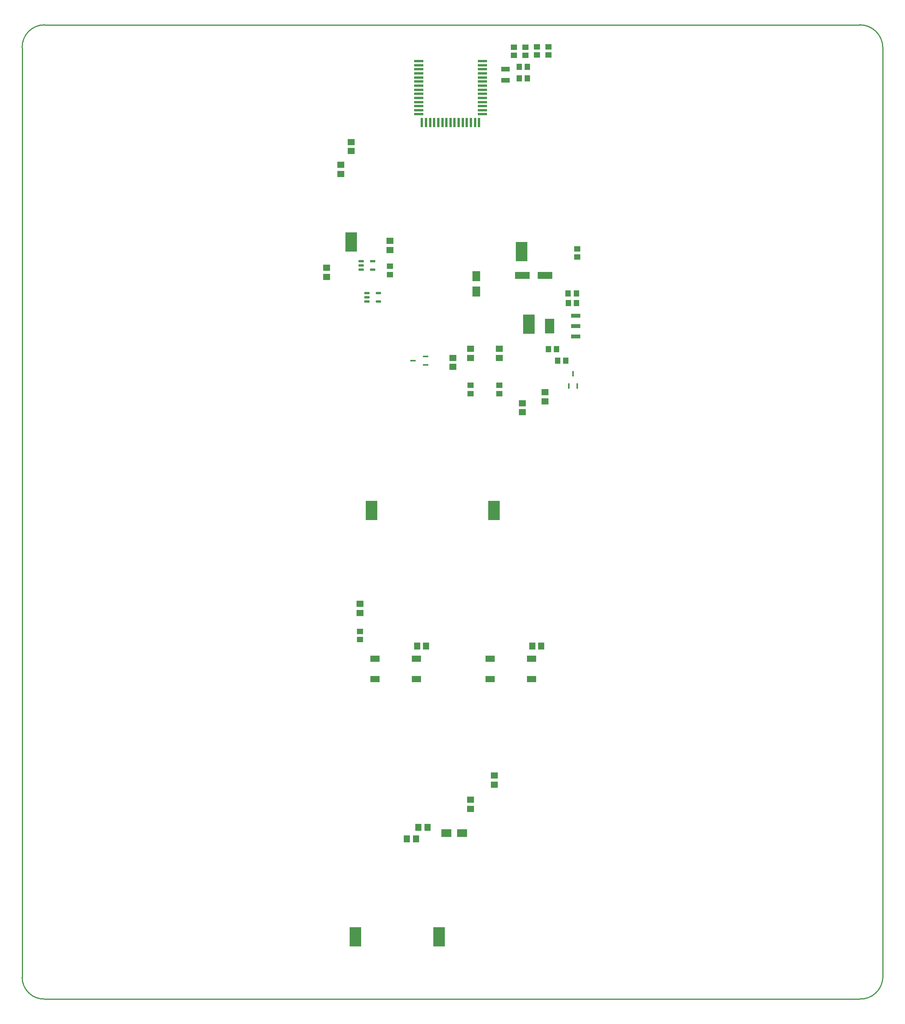
<source format=gtp>
G04*
G04 #@! TF.GenerationSoftware,Altium Limited,Altium Designer,21.0.9 (235)*
G04*
G04 Layer_Color=8421504*
%FSLAX25Y25*%
%MOIN*%
G70*
G04*
G04 #@! TF.SameCoordinates,9EEF2FA0-A7D9-48CE-A635-C582822CA6DE*
G04*
G04*
G04 #@! TF.FilePolarity,Positive*
G04*
G01*
G75*
%ADD13C,0.01000*%
G04:AMPARAMS|DCode=17|XSize=47.64mil|YSize=23.23mil|CornerRadius=5.81mil|HoleSize=0mil|Usage=FLASHONLY|Rotation=0.000|XOffset=0mil|YOffset=0mil|HoleType=Round|Shape=RoundedRectangle|*
%AMROUNDEDRECTD17*
21,1,0.04764,0.01161,0,0,0.0*
21,1,0.03602,0.02323,0,0,0.0*
1,1,0.01161,0.01801,-0.00581*
1,1,0.01161,-0.01801,-0.00581*
1,1,0.01161,-0.01801,0.00581*
1,1,0.01161,0.01801,0.00581*
%
%ADD17ROUNDEDRECTD17*%
%ADD18R,0.07480X0.04331*%
%ADD19R,0.04724X0.05512*%
%ADD20R,0.05512X0.05906*%
%ADD21R,0.08700X0.06700*%
%ADD22R,0.10236X0.16535*%
%ADD23R,0.08465X0.03740*%
%ADD24R,0.08465X0.12795*%
%ADD25R,0.12598X0.06299*%
%ADD26R,0.05512X0.04724*%
%ADD27R,0.05906X0.05512*%
%ADD28R,0.06700X0.08700*%
%ADD29R,0.01600X0.04550*%
%ADD30R,0.08000X0.02402*%
%ADD31R,0.02402X0.08000*%
%ADD32R,0.04550X0.01600*%
%ADD33R,0.08268X0.05512*%
D13*
X19685Y846457D02*
G03*
X500Y826772I250J-19435D01*
G01*
X748032D02*
G03*
X727846Y846457I-19935J-250D01*
G01*
Y1000D02*
G03*
X748032Y19685I750J19435D01*
G01*
X500D02*
G03*
X19685Y1000I18935J250D01*
G01*
X748032Y374016D02*
Y826772D01*
X374016Y846457D02*
X728346D01*
X19685D02*
X374016D01*
X500Y472441D02*
Y826772D01*
X748032Y19685D02*
Y374016D01*
X374016Y1000D02*
X727846D01*
X500Y19685D02*
Y472441D01*
X19685Y1000D02*
X374016D01*
D17*
X304941Y641390D02*
D03*
Y633910D02*
D03*
X295059D02*
D03*
Y637650D02*
D03*
Y641390D02*
D03*
X309941Y613740D02*
D03*
Y606260D02*
D03*
X300059D02*
D03*
Y610000D02*
D03*
Y613740D02*
D03*
D18*
X420371Y808109D02*
D03*
Y798267D02*
D03*
D19*
X432207Y810000D02*
D03*
X439294D02*
D03*
X432207Y800000D02*
D03*
X439294D02*
D03*
X474748Y613297D02*
D03*
X481834D02*
D03*
X465691Y555000D02*
D03*
X472777D02*
D03*
X464641Y565000D02*
D03*
X457554D02*
D03*
X474868Y605000D02*
D03*
X481955D02*
D03*
D20*
X344626Y150000D02*
D03*
X352500D02*
D03*
X334605Y140000D02*
D03*
X342479D02*
D03*
X451437Y307500D02*
D03*
X443563D02*
D03*
X351437D02*
D03*
X343563D02*
D03*
D21*
X369100Y145000D02*
D03*
X382500D02*
D03*
D22*
X290000Y55000D02*
D03*
X362500D02*
D03*
X410356Y425000D02*
D03*
X286440Y658007D02*
D03*
X434209Y649650D02*
D03*
X304079Y425000D02*
D03*
X440500Y586803D02*
D03*
D23*
X481417Y575945D02*
D03*
Y585000D02*
D03*
Y594055D02*
D03*
D24*
X458583Y585000D02*
D03*
D25*
X454582Y628880D02*
D03*
X434897D02*
D03*
D26*
X482455Y645000D02*
D03*
Y652087D02*
D03*
X320000Y629800D02*
D03*
Y636887D02*
D03*
X390000Y533543D02*
D03*
Y526457D02*
D03*
X415000Y533543D02*
D03*
Y526457D02*
D03*
X293817Y320000D02*
D03*
Y312913D02*
D03*
X457500Y827304D02*
D03*
Y820217D02*
D03*
X427698Y827087D02*
D03*
Y820000D02*
D03*
X447500Y827323D02*
D03*
Y820236D02*
D03*
X437500Y827068D02*
D03*
Y819981D02*
D03*
D27*
X277231Y725000D02*
D03*
Y717126D02*
D03*
X435000Y510232D02*
D03*
Y518106D02*
D03*
X454650Y519685D02*
D03*
Y527559D02*
D03*
X410500Y195000D02*
D03*
Y187126D02*
D03*
X390000Y166063D02*
D03*
Y173937D02*
D03*
X286440Y744779D02*
D03*
Y736905D02*
D03*
X265000Y627650D02*
D03*
Y635524D02*
D03*
X320000Y658937D02*
D03*
Y651063D02*
D03*
X374685Y557500D02*
D03*
Y549626D02*
D03*
X415000Y565374D02*
D03*
Y557500D02*
D03*
X293817Y343937D02*
D03*
Y336063D02*
D03*
X390000Y557500D02*
D03*
Y565374D02*
D03*
D28*
X395000Y615000D02*
D03*
Y628400D02*
D03*
D29*
X475280Y532875D02*
D03*
X482780D02*
D03*
X479030Y543725D02*
D03*
D30*
X345000Y768858D02*
D03*
Y772402D02*
D03*
Y786614D02*
D03*
Y775945D02*
D03*
Y779488D02*
D03*
Y783071D02*
D03*
Y800787D02*
D03*
Y790158D02*
D03*
Y797244D02*
D03*
Y815000D02*
D03*
Y804370D02*
D03*
Y793701D02*
D03*
Y807913D02*
D03*
Y811457D02*
D03*
X400118Y768858D02*
D03*
Y772402D02*
D03*
Y775945D02*
D03*
Y779488D02*
D03*
Y783071D02*
D03*
Y786614D02*
D03*
Y790158D02*
D03*
Y793701D02*
D03*
Y797244D02*
D03*
Y800787D02*
D03*
Y804370D02*
D03*
Y807913D02*
D03*
Y811457D02*
D03*
Y815000D02*
D03*
D31*
X347717Y761575D02*
D03*
X351260D02*
D03*
X354803D02*
D03*
X358347D02*
D03*
X361929D02*
D03*
X365473D02*
D03*
X369016D02*
D03*
X372559D02*
D03*
X376102D02*
D03*
X379646D02*
D03*
X383228D02*
D03*
X386772D02*
D03*
X390315D02*
D03*
X393858D02*
D03*
X397402D02*
D03*
D32*
X350850Y551250D02*
D03*
Y558750D02*
D03*
X340000Y555000D02*
D03*
D33*
X407087Y296358D02*
D03*
X442913D02*
D03*
X407087Y278642D02*
D03*
X442913D02*
D03*
X307087Y296358D02*
D03*
X342913D02*
D03*
X307087Y278642D02*
D03*
X342913D02*
D03*
M02*

</source>
